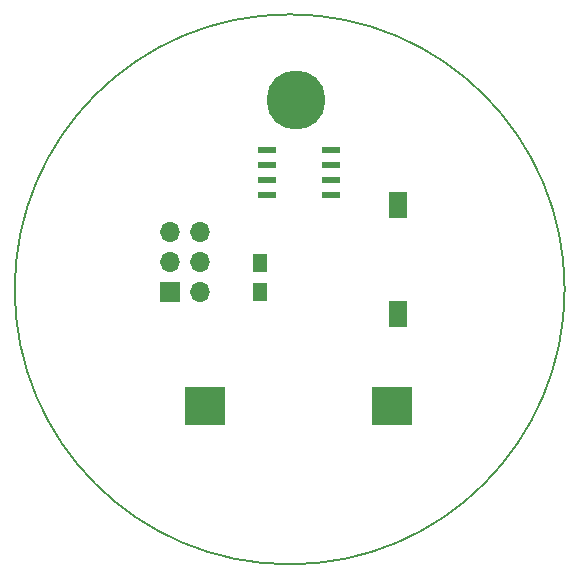
<source format=gbr>
%TF.GenerationSoftware,KiCad,Pcbnew,4.0.7-e2-6376~58~ubuntu16.04.1*%
%TF.CreationDate,2018-02-03T18:41:43+01:00*%
%TF.ProjectId,pin_attiny,70696E5F617474696E792E6B69636164,rev?*%
%TF.FileFunction,Paste,Bot*%
%FSLAX46Y46*%
G04 Gerber Fmt 4.6, Leading zero omitted, Abs format (unit mm)*
G04 Created by KiCad (PCBNEW 4.0.7-e2-6376~58~ubuntu16.04.1) date Sat Feb  3 18:41:43 2018*
%MOMM*%
%LPD*%
G01*
G04 APERTURE LIST*
%ADD10C,0.100000*%
%ADD11C,0.150000*%
%ADD12C,5.000000*%
%ADD13R,1.700000X1.700000*%
%ADD14O,1.700000X1.700000*%
%ADD15R,3.500000X3.300000*%
%ADD16R,1.250000X1.500000*%
%ADD17R,1.600000X2.180000*%
%ADD18R,1.550000X0.600000*%
G04 APERTURE END LIST*
D10*
D11*
X116246256Y-97282000D02*
G75*
G03X116246256Y-97282000I-23282256J0D01*
G01*
D12*
X93472000Y-81280000D03*
D13*
X82804000Y-97536000D03*
D14*
X85344000Y-97536000D03*
X82804000Y-94996000D03*
X85344000Y-94996000D03*
X82804000Y-92456000D03*
X85344000Y-92456000D03*
D15*
X101626000Y-107188000D03*
X85826000Y-107188000D03*
D16*
X90424000Y-97516000D03*
X90424000Y-95016000D03*
D17*
X102108000Y-90152000D03*
X102108000Y-99332000D03*
D18*
X91026000Y-89281000D03*
X91026000Y-88011000D03*
X91026000Y-86741000D03*
X91026000Y-85471000D03*
X96426000Y-85471000D03*
X96426000Y-86741000D03*
X96426000Y-88011000D03*
X96426000Y-89281000D03*
M02*

</source>
